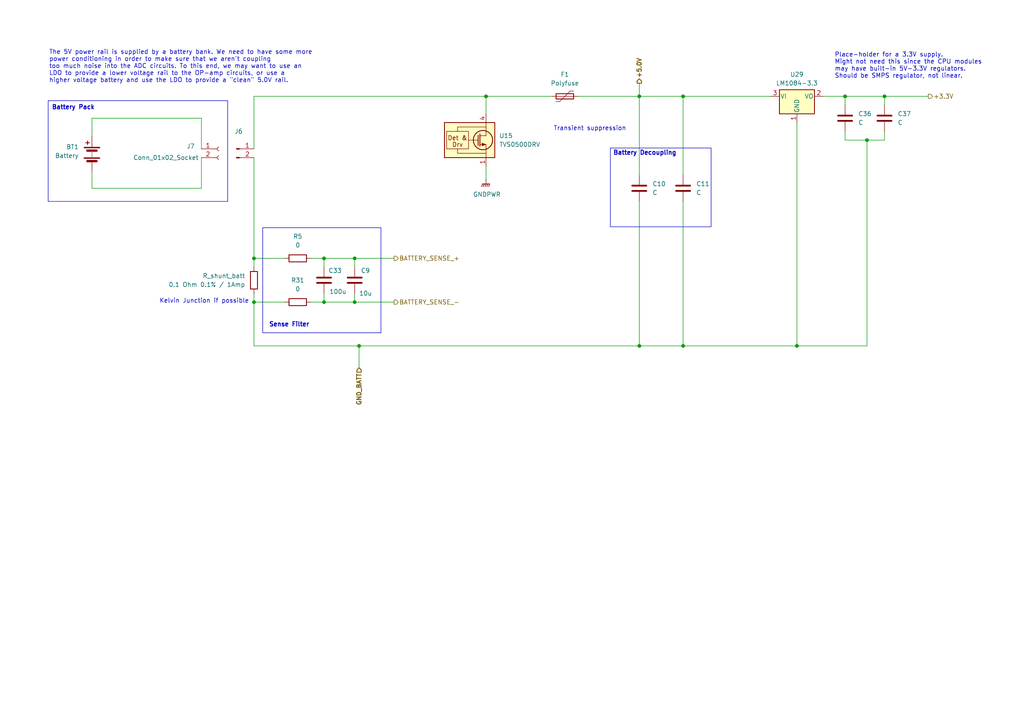
<source format=kicad_sch>
(kicad_sch (version 20231120) (generator "eeschema") (generator_version "8.0")
  (paper "A4")
  (lib_symbols
    (symbol "Connector:Conn_01x02_Pin" (pin_names (offset 1.016) hide)
      (property "Reference" "J" (at 0 2.54 0))
      (property "Value" "Conn_01x02_Pin" (at 0 -5.08 0))
      (symbol "Conn_01x02_Pin_1_1"
        (polyline (pts (xy 1.27 -2.54) (xy 0.8636 -2.54)) (stroke (width 0.1524)))
        (polyline (pts (xy 1.27 0) (xy 0.8636 0)) (stroke (width 0.1524)))
        (rectangle (start 0.8636 -2.413) (end 0 -2.667) (stroke (width 0.1524)) (fill (type outline)))
        (rectangle (start 0.8636 0.127) (end 0 -0.127) (stroke (width 0.1524)) (fill (type outline)))
        (pin passive line (at 5.08 0 180) (length 3.81) (name "Pin_1") (number "1"))
        (pin passive line (at 5.08 -2.54 180) (length 3.81) (name "Pin_2") (number "2"))
      )
    )
    (symbol "Connector:Conn_01x02_Socket" (pin_names (offset 1.016) hide)
      (property "Reference" "J" (at 0 2.54 0))
      (property "Value" "Conn_01x02_Socket" (at 0 -5.08 0))
      (symbol "Conn_01x02_Socket_1_1"
        (arc (start 0 -2.032) (mid -0.5058 -2.54) (end 0 -3.048) (stroke (width 0.1524)))
        (polyline (pts (xy -1.27 -2.54) (xy -0.508 -2.54)) (stroke (width 0.1524)))
        (polyline (pts (xy -1.27 0) (xy -0.508 0)) (stroke (width 0.1524)))
        (arc (start 0 0.508) (mid -0.5058 0) (end 0 -0.508) (stroke (width 0.1524)))
        (pin passive line (at -5.08 0 0) (length 3.81) (name "Pin_1") (number "1"))
        (pin passive line (at -5.08 -2.54 0) (length 3.81) (name "Pin_2") (number "2"))
      )
    )
    (symbol "Device:Battery" (pin_numbers hide) (pin_names (offset 0) hide)
      (property "Reference" "BT" (at 2.54 2.54 0))
      (property "Value" "Battery" (at 2.54 0 0))
      (symbol "Battery_0_1"
        (rectangle (start -2.286 -1.27) (end 2.286 -1.524) (fill (type outline)))
        (rectangle (start -2.286 1.778) (end 2.286 1.524) (fill (type outline)))
        (rectangle (start -1.524 -2.032) (end 1.524 -2.54) (fill (type outline)))
        (rectangle (start -1.524 1.016) (end 1.524 0.508) (fill (type outline)))
        (polyline (pts (xy 0 -1.016) (xy 0 -0.762)))
        (polyline (pts (xy 0 -0.508) (xy 0 -0.254)))
        (polyline (pts (xy 0 0) (xy 0 0.254)))
        (polyline (pts (xy 0 1.778) (xy 0 2.54)))
        (polyline (pts (xy 0.762 3.048) (xy 1.778 3.048)) (stroke (width 0.254)))
        (polyline (pts (xy 1.27 3.556) (xy 1.27 2.54)) (stroke (width 0.254)))
      )
      (symbol "Battery_1_1"
        (pin passive line (at 0 5.08 270) (length 2.54) (name "+") (number "1"))
        (pin passive line (at 0 -5.08 90) (length 2.54) (name "-") (number "2"))
      )
    )
    (symbol "Device:C" (pin_numbers hide) (pin_names (offset 0.254))
      (property "Reference" "C" (at 0.635 2.54 0))
      (property "Value" "C" (at 0.635 -2.54 0))
      (symbol "C_0_1"
        (polyline (pts (xy -2.032 -0.762) (xy 2.032 -0.762)) (stroke (width 0.508)))
        (polyline (pts (xy -2.032 0.762) (xy 2.032 0.762)) (stroke (width 0.508)))
      )
      (symbol "C_1_1"
        (pin passive line (at 0 3.81 270) (length 2.794) (name "~") (number "1"))
        (pin passive line (at 0 -3.81 90) (length 2.794) (name "~") (number "2"))
      )
    )
    (symbol "Device:Polyfuse" (pin_numbers hide) (pin_names (offset 0))
      (property "Reference" "F" (at -2.54 0 90))
      (property "Value" "Polyfuse" (at 2.54 0 90))
      (symbol "Polyfuse_0_1"
        (rectangle (start -0.762 2.54) (end 0.762 -2.54) (stroke (width 0.254)))
        (polyline (pts (xy 0 2.54) (xy 0 -2.54)))
        (polyline (pts (xy -1.524 2.54) (xy -1.524 1.524) (xy 1.524 -1.524) (xy 1.524 -2.54)))
      )
      (symbol "Polyfuse_1_1"
        (pin passive line (at 0 3.81 270) (length 1.27) (name "~") (number "1"))
        (pin passive line (at 0 -3.81 90) (length 1.27) (name "~") (number "2"))
      )
    )
    (symbol "Device:R" (pin_numbers hide) (pin_names (offset 0))
      (property "Reference" "R" (at 2.032 0 90))
      (property "Value" "R" (at 0 0 90))
      (symbol "R_0_1"
        (rectangle (start -1.016 -2.54) (end 1.016 2.54) (stroke (width 0.254)))
      )
      (symbol "R_1_1"
        (pin passive line (at 0 3.81 270) (length 1.27) (name "~") (number "1"))
        (pin passive line (at 0 -3.81 90) (length 1.27) (name "~") (number "2"))
      )
    )
    (symbol "Power_Protection:TVS0500DRV" (pin_names (offset 0) hide)
      (property "Reference" "U" (at 2.54 1.27 0))
      (property "Value" "TVS0500DRV" (at 2.54 -1.27 0))
      (symbol "TVS0500DRV_0_0"
        (rectangle (start -11.43 2.54) (end -5.08 -2.54))
        (polyline (pts (xy 0 1.27) (xy -1.778 1.27)))
        (polyline (pts (xy -8.255 -2.54) (xy -8.255 -3.81) (xy 0 -3.81)))
        (polyline (pts (xy -8.255 2.54) (xy -8.255 3.81) (xy 0 3.81)))
        (text "Det &" (at -8.255 0.635 0) (effects (font (size 1.27 1.27))))
        (text "Drv" (at -8.255 -1.27 0) (effects (font (size 1.27 1.27))))
      )
      (symbol "TVS0500DRV_0_1"
        (rectangle (start -12.065 5.08) (end 2.54 -5.08) (stroke (width 0.254)) (fill (type background)))
        (circle (center -0.889 0) (radius 2.794) (stroke (width 0.254)))
        (polyline (pts (xy -2.286 0) (xy -5.08 0)))
        (polyline (pts (xy -2.286 1.397) (xy -2.286 -1.524)) (stroke (width 0.254)))
        (polyline (pts (xy -1.778 1.778) (xy -1.778 -1.778)) (stroke (width 0.254)))
        (polyline (pts (xy 0 -2.54) (xy 0 -5.08)))
        (polyline (pts (xy 0 2.54) (xy 0 1.27)))
        (polyline (pts (xy 0 5.08) (xy 0 2.54)))
        (polyline (pts (xy 0 -2.54) (xy 0 -1.27) (xy -1.778 -1.27)))
        (polyline (pts (xy -0.127 -1.27) (xy -1.143 -1.651) (xy -1.143 -0.889) (xy -0.127 -1.27)) (fill (type outline)))
      )
      (symbol "TVS0500DRV_1_1"
        (pin power_in line (at 0 -7.62 90) (length 2.54) (name "GND") (number "1"))
        (pin passive line (at 0 -7.62 90) (length 2.54) hide (name "GND") (number "2"))
        (pin passive line (at 0 -7.62 90) (length 2.54) hide (name "GND") (number "3"))
        (pin passive line (at 0 7.62 270) (length 2.54) (name "IN") (number "4"))
        (pin passive line (at 0 7.62 270) (length 2.54) hide (name "IN") (number "5"))
        (pin passive line (at 0 7.62 270) (length 2.54) hide (name "IN") (number "6"))
        (pin passive line (at 0 -7.62 90) (length 2.54) hide (name "GND") (number "7"))
      )
    )
    (symbol "Regulator_Linear:LM1084-3.3" (pin_names (offset 0.254))
      (property "Reference" "U" (at -3.81 3.175 0))
      (property "Value" "LM1084-3.3" (at 0 3.175 0))
      (symbol "LM1084-3.3_0_1"
        (rectangle (start -5.08 1.905) (end 5.08 -5.08) (stroke (width 0.254)) (fill (type background)))
      )
      (symbol "LM1084-3.3_1_1"
        (pin power_in line (at 0 -7.62 90) (length 2.54) (name "GND") (number "1"))
        (pin power_out line (at 7.62 0 180) (length 2.54) (name "VO") (number "2"))
        (pin power_in line (at -7.62 0 0) (length 2.54) (name "VI") (number "3"))
      )
    )
    (symbol "power:GNDPWR" (power) (pin_numbers hide) (pin_names (offset 0) hide)
      (property "Value" "GNDPWR" (at 0 -3.302 0))
      (symbol "GNDPWR_0_1"
        (polyline (pts (xy 0 -1.27) (xy 0 0)))
        (polyline (pts (xy -1.016 -1.27) (xy -1.27 -2.032) (xy -1.27 -2.032)) (stroke (width 0.2032)))
        (polyline (pts (xy -0.508 -1.27) (xy -0.762 -2.032) (xy -0.762 -2.032)) (stroke (width 0.2032)))
        (polyline (pts (xy 0 -1.27) (xy -0.254 -2.032) (xy -0.254 -2.032)) (stroke (width 0.2032)))
        (polyline (pts (xy 0.508 -1.27) (xy 0.254 -2.032) (xy 0.254 -2.032)) (stroke (width 0.2032)))
        (polyline (pts (xy 1.016 -1.27) (xy -1.016 -1.27) (xy -1.016 -1.27)) (stroke (width 0.2032)))
        (polyline (pts (xy 1.016 -1.27) (xy 0.762 -2.032) (xy 0.762 -2.032) (xy 0.762 -2.032)) (stroke (width 0.2032)))
      )
      (symbol "GNDPWR_1_1"
        (pin power_in line (at 0 0 270) (length 0) (name "~") (number "1"))
      )
    )
  )
  (junction (at 256.54 27.94))
  (junction (at 93.98 74.93))
  (junction (at 185.42 100.33))
  (junction (at 198.12 100.33))
  (junction (at 231.14 100.33))
  (junction (at 102.87 74.93))
  (junction (at 251.46 40.64))
  (junction (at 245.11 27.94))
  (junction (at 73.66 87.63))
  (junction (at 185.42 27.94))
  (junction (at 73.66 74.93))
  (junction (at 102.87 87.63))
  (junction (at 93.98 87.63))
  (junction (at 198.12 27.94))
  (junction (at 104.14 100.33))
  (junction (at 140.97 27.94))
  (wire (pts (xy 245.11 38.1) (xy 245.11 40.64)))
  (wire (pts (xy 238.76 27.94) (xy 245.11 27.94)))
  (wire (pts (xy 198.12 27.94) (xy 198.12 50.8)))
  (wire (pts (xy 231.14 100.33) (xy 251.46 100.33)))
  (wire (pts (xy 114.3 87.63) (xy 102.87 87.63)))
  (wire (pts (xy 185.42 27.94) (xy 185.42 50.8)))
  (wire (pts (xy 140.97 27.94) (xy 160.02 27.94)))
  (wire (pts (xy 26.67 39.37) (xy 26.67 34.29)))
  (wire (pts (xy 26.67 54.61) (xy 58.42 54.61)))
  (wire (pts (xy 58.42 34.29) (xy 58.42 43.18)))
  (wire (pts (xy 251.46 100.33) (xy 251.46 40.64)))
  (wire (pts (xy 102.87 74.93) (xy 93.98 74.93)))
  (wire (pts (xy 104.14 100.33) (xy 185.42 100.33)))
  (wire (pts (xy 93.98 87.63) (xy 93.98 85.09)))
  (wire (pts (xy 231.14 35.56) (xy 231.14 100.33)))
  (wire (pts (xy 198.12 58.42) (xy 198.12 100.33)))
  (wire (pts (xy 93.98 74.93) (xy 93.98 77.47)))
  (wire (pts (xy 256.54 40.64) (xy 251.46 40.64)))
  (wire (pts (xy 73.66 87.63) (xy 73.66 100.33)))
  (wire (pts (xy 256.54 38.1) (xy 256.54 40.64)))
  (wire (pts (xy 185.42 58.42) (xy 185.42 100.33)))
  (wire (pts (xy 185.42 100.33) (xy 198.12 100.33)))
  (wire (pts (xy 245.11 27.94) (xy 245.11 30.48)))
  (wire (pts (xy 198.12 100.33) (xy 231.14 100.33)))
  (wire (pts (xy 90.17 74.93) (xy 93.98 74.93)))
  (wire (pts (xy 185.42 27.94) (xy 198.12 27.94)))
  (wire (pts (xy 256.54 30.48) (xy 256.54 27.94)))
  (wire (pts (xy 73.66 74.93) (xy 73.66 77.47)))
  (wire (pts (xy 102.87 85.09) (xy 102.87 87.63)))
  (wire (pts (xy 90.17 87.63) (xy 93.98 87.63)))
  (wire (pts (xy 251.46 40.64) (xy 245.11 40.64)))
  (wire (pts (xy 73.66 85.09) (xy 73.66 87.63)))
  (wire (pts (xy 185.42 24.13) (xy 185.42 27.94)))
  (wire (pts (xy 58.42 54.61) (xy 58.42 45.72)))
  (wire (pts (xy 26.67 49.53) (xy 26.67 54.61)))
  (wire (pts (xy 256.54 27.94) (xy 269.24 27.94)))
  (wire (pts (xy 73.66 87.63) (xy 82.55 87.63)))
  (wire (pts (xy 102.87 74.93) (xy 102.87 77.47)))
  (wire (pts (xy 102.87 87.63) (xy 93.98 87.63)))
  (wire (pts (xy 73.66 27.94) (xy 73.66 43.18)))
  (wire (pts (xy 245.11 27.94) (xy 256.54 27.94)))
  (wire (pts (xy 167.64 27.94) (xy 185.42 27.94)))
  (wire (pts (xy 198.12 27.94) (xy 223.52 27.94)))
  (wire (pts (xy 104.14 100.33) (xy 104.14 106.68)))
  (wire (pts (xy 73.66 27.94) (xy 140.97 27.94)))
  (wire (pts (xy 140.97 48.26) (xy 140.97 52.07)))
  (wire (pts (xy 73.66 74.93) (xy 82.55 74.93)))
  (wire (pts (xy 104.14 100.33) (xy 73.66 100.33)))
  (wire (pts (xy 73.66 74.93) (xy 73.66 45.72)))
  (wire (pts (xy 114.3 74.93) (xy 102.87 74.93)))
  (wire (pts (xy 140.97 33.02) (xy 140.97 27.94)))
  (wire (pts (xy 26.67 34.29) (xy 58.42 34.29)))
  (rectangle (start 76.2 66.04) (end 110.49 96.52))
  (rectangle (start 13.97 29.21) (end 66.04 58.42))
  (rectangle (start 177.038 42.926) (end 206.248 65.786))
  (text "Battery Pack" (at 14.986 31.242 0) (effects (font (size 1.27 1.27) (thickness 0.254) (bold yes)) (justify left)))
  (text "The 5V power rail is supplied by a battery bank. We need to have some more\npower conditioning in order to make sure that we aren't coupling \ntoo much noise into the ADC circuits. To this end, we may want to use an \nLDO to provide a lower voltage rail to the OP-amp circuits, or use a \nhigher voltage battery and use the LDO to provide a \"clean\" 5.0V rail." (at 14.224 19.304 0) (effects (font (size 1.27 1.27)) (justify left)))
  (text "Battery Decoupling\n" (at 177.8 44.45 0) (effects (font (size 1.27 1.27) (thickness 0.254) (bold yes)) (justify left)))
  (text "Sense Filter" (at 77.978 94.234 0) (effects (font (size 1.27 1.27) (thickness 0.254) (bold yes)) (justify left)))
  (text "Transient suppression" (at 160.528 37.338 0) (effects (font (size 1.27 1.27)) (justify left)))
  (text "Kelvin Junction if possible" (at 46.228 87.376 0) (effects (font (size 1.27 1.27)) (justify left)))
  (text "Place-holder for a 3.3V supply. \nMight not need this since the CPU modules\nmay have built-in 5V-3.3V regulators. \nShould be SMPS regulator, not linear." (at 242.062 19.05 0) (effects (font (size 1.27 1.27) (thickness 0.1588)) (justify left)))
  (hierarchical_label "BATTERY_SENSE_-" (shape output) (at 114.3 87.63 0))
  (hierarchical_label "GND_BATT" (shape input) (at 104.14 106.68 270) (effects (font (thickness 0.254) (bold yes))))
  (hierarchical_label "+5.0V" (shape output) (at 185.42 24.13 90) (effects (font (thickness 0.254) (bold yes))))
  (hierarchical_label "BATTERY_SENSE_+" (shape output) (at 114.3 74.93 0))
  (hierarchical_label "+3.3V" (shape output) (at 269.24 27.94 0))
  (symbol (lib_id "Device:C") (at 245.11 34.29 0) (unit 1)
    (property "Reference" "C36" (at 248.92 33.0199 0) (effects (justify left)))
    (property "Value" "C" (at 248.92 35.5599 0) (effects (justify left)))
    (property "Description" "Unpolarized capacitor" (effects (hide yes)))
  )
  (symbol (lib_id "Regulator_Linear:LM1084-3.3") (at 231.14 27.94 0) (unit 1)
    (property "Reference" "U29" (at 231.14 21.59 0))
    (property "Value" "LM1084-3.3" (at 231.14 24.13 0))
    (property "Datasheet" "http://www.ti.com/lit/ds/symlink/lm1084.pdf" (effects (hide yes)))
    (property "Description" "5A 27V Linear Regulator, Fixed Output 3.3V, TO-220/TO-263" (effects (hide yes)))
  )
  (symbol (lib_id "Device:R") (at 73.66 81.28 0) (mirror x) (unit 1)
    (property "Reference" "R_shunt_batt" (at 71.12 80.0099 0) (effects (justify right)))
    (property "Value" "0.1 Ohm 0.1% / 1Amp" (at 71.12 82.5499 0) (effects (justify right)))
    (property "Description" "Resistor" (effects (hide yes)))
  )
  (symbol (lib_id "Device:C") (at 102.87 81.28 0) (unit 1)
    (property "Reference" "C9" (at 104.648 78.486 0) (effects (justify left)))
    (property "Value" "10u" (at 104.14 85.09 0) (effects (justify left)))
    (property "Description" "Unpolarized capacitor" (effects (hide yes)))
  )
  (symbol (lib_id "Device:C") (at 93.98 81.28 0) (unit 1)
    (property "Reference" "C33" (at 95.25 78.486 0) (effects (justify left)))
    (property "Value" "100u" (at 95.504 84.582 0) (effects (justify left)))
    (property "Description" "Unpolarized capacitor" (effects (hide yes)))
  )
  (symbol (lib_id "Device:Battery") (at 26.67 44.45 0) (mirror y) (unit 1)
    (property "Reference" "BT1" (at 22.86 42.6084 0) (effects (justify left)))
    (property "Value" "Battery" (at 22.86 45.1484 0) (effects (justify left)))
    (property "Description" "Multiple-cell battery" (effects (hide yes)))
  )
  (symbol (lib_id "Connector:Conn_01x02_Pin") (at 68.58 43.18 0) (unit 1)
    (property "Reference" "J6" (at 69.215 38.1 0))
    (property "Value" "Conn_01x02_Pin" (effects (hide yes)))
    (property "Description" "Generic connector, single row, 01x02, script generated" (effects (hide yes)))
  )
  (symbol (lib_id "Device:C") (at 256.54 34.29 0) (unit 1)
    (property "Reference" "C37" (at 260.35 33.0199 0) (effects (justify left)))
    (property "Value" "C" (at 260.35 35.5599 0) (effects (justify left)))
    (property "Description" "Unpolarized capacitor" (effects (hide yes)))
  )
  (symbol (lib_id "Device:R") (at 86.36 74.93 90) (unit 1)
    (property "Reference" "R5" (at 86.36 68.58 90))
    (property "Value" "0" (at 86.36 71.12 90))
    (property "Description" "Resistor" (effects (hide yes)))
  )
  (symbol (lib_id "Device:Polyfuse") (at 163.83 27.94 90) (unit 1)
    (property "Reference" "F1" (at 163.83 21.59 90))
    (property "Value" "Polyfuse" (at 163.83 24.13 90))
    (property "Description" "Resettable fuse, polymeric positive temperature coefficient" (effects (hide yes)))
  )
  (symbol (lib_id "Device:C") (at 198.12 54.61 0) (unit 1)
    (property "Reference" "C11" (at 201.93 53.3399 0) (effects (justify left)))
    (property "Value" "C" (at 201.93 55.8799 0) (effects (justify left)))
    (property "Description" "Unpolarized capacitor" (effects (hide yes)))
  )
  (symbol (lib_id "Device:R") (at 86.36 87.63 90) (unit 1)
    (property "Reference" "R31" (at 86.36 81.28 90))
    (property "Value" "0" (at 86.36 83.82 90))
    (property "Description" "Resistor" (effects (hide yes)))
  )
  (symbol (lib_id "Power_Protection:TVS0500DRV") (at 140.97 40.64 0) (unit 1)
    (property "Reference" "U15" (at 144.78 39.3699 0) (effects (justify left)))
    (property "Value" "TVS0500DRV" (at 144.78 41.9099 0) (effects (justify left)))
    (property "Footprint" "Package_SON:WSON-6-1EP_2x2mm_P0.65mm_EP1x1.6mm" (effects (hide yes)))
    (property "Datasheet" "http://www.ti.com/lit/ds/symlink/tvs0500.pdf" (effects (hide yes)))
    (property "Description" "Flat-Clamp Surge Protection Device. 5Vrwm, WSON-6" (effects (hide yes)))
  )
  (symbol (lib_id "Device:C") (at 185.42 54.61 0) (unit 1)
    (property "Reference" "C10" (at 189.23 53.3399 0) (effects (justify left)))
    (property "Value" "C" (at 189.23 55.8799 0) (effects (justify left)))
    (property "Description" "Unpolarized capacitor" (effects (hide yes)))
  )
  (symbol (lib_id "Connector:Conn_01x02_Socket") (at 63.5 43.18 0) (unit 1)
    (property "Reference" "J7" (at 54.102 42.418 0) (effects (justify left)))
    (property "Value" "Conn_01x02_Socket" (at 38.608 45.72 0) (effects (justify left)))
    (property "Description" "Generic connector, single row, 01x02, script generated" (effects (hide yes)))
  )
  (symbol (lib_id "power:GNDPWR") (at 140.97 52.07 0) (unit 1)
    (property "Reference" "#PWR10" (effects (hide yes)))
    (property "Value" "GNDPWR" (at 141.224 56.388 0))
    (property "Description" "Power symbol creates a global label with name \"GNDPWR\" , global ground" (effects (hide yes)))
  )
)
</source>
